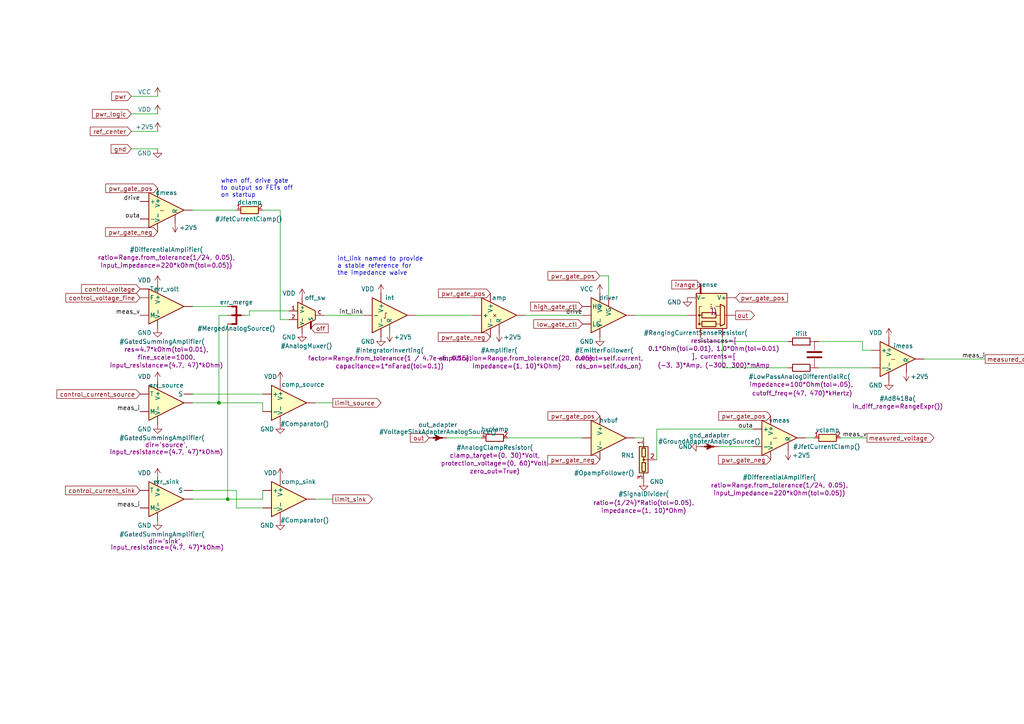
<source format=kicad_sch>
(kicad_sch (version 20231120) (generator "eeschema") (generator_version "8.0")
  (paper "A4")
  (lib_symbols
    (symbol "Device:R" (pin_names (offset 0))
      (property "Reference" "R" (at 2.032 0 90))
      (property "Value" "R" (at 0 0 90))
      (symbol "R_0_1"
        (rectangle (start -1.016 -2.54) (end 1.016 2.54) (stroke (width 0.254)))
      )
      (symbol "R_1_1"
        (pin passive line (at 0 3.81 270) (length 1.27) (name "~") (number "1"))
        (pin passive line (at 0 -3.81 90) (length 1.27) (name "~") (number "2"))
      )
    )
    (symbol "Device:VoltageDivider" (pin_names (offset 0) hide)
      (property "Reference" "RN" (at -4.445 0 90))
      (property "Value" "VoltageDivider" (at -2.54 0 90))
      (symbol "VoltageDivider_0_1"
        (rectangle (start -1.27 -3.81) (end 1.27 3.81) (stroke (width 0.254)) (fill (type background)))
        (rectangle (start -0.508 -3.3782) (end 0.508 -0.8382) (stroke (width 0.254)))
        (rectangle (start -0.508 3.3782) (end 0.508 0.8382) (stroke (width 0.254)))
        (polyline (pts (xy 0 -5.08) (xy 0 -3.429)))
        (polyline (pts (xy 0 0.889) (xy 0 -0.889)))
        (polyline (pts (xy 0 5.08) (xy 0 3.3782)))
        (polyline (pts (xy 1.27 0) (xy 0 0)))
        (circle (center 0 0.0254) (radius 0.254) (fill (type outline)))
      )
      (symbol "VoltageDivider_1_1"
        (pin passive line (at 0 6.35 270) (length 2.54) (name "~") (number "1"))
        (pin passive line (at 3.81 0 180) (length 2.54) (name "~") (number "2"))
        (pin passive line (at 0 -6.35 90) (length 2.54) (name "~") (number "3"))
      )
    )
    (symbol "Follower_1" (pin_numbers hide) (pin_names (offset 0.254))
      (property "Reference" "driver" (at 0 5.08 0))
      (property "Value" "#EmitterFollower(**driver)" (at -1.27 -10.16 0))
      (symbol "Follower_1_0_1"
        (polyline (pts (xy 5.08 0) (xy -5.08 5.08) (xy -5.08 -5.08) (xy 5.08 0)) (stroke (width 0.254)) (fill (type background)))
      )
      (symbol "Follower_1_1_1"
        (pin input line (at -7.62 0 0) (length 2.54) (name "") (number "1"))
        (pin output line (at 7.62 0 180) (length 2.54) (name "~") (number "3"))
        (pin power_in line (at -2.54 6.35 270) (length 2.54) (name "V+") (number "4"))
        (pin power_in line (at -2.54 -6.35 90) (length 2.54) (name "V-") (number "5"))
        (pin input line (at -7.62 2.54 0) (length 2.54) (name "HG") (number "6"))
        (pin input line (at -7.62 -2.54 0) (length 2.54) (name "LG") (number "7"))
        (pin power_in line (at 0 5.08 270) (length 2.54) (name "VG") (number "8"))
      )
    )
    (symbol "Opamp_1" (pin_numbers hide) (pin_names (offset 0.254))
      (property "Reference" "err_volt" (at 0 5.08 0))
      (property "Value" "#GatedSummingAmplifier(res=4.7*kOhm(tol=0.01), **err_volt)" (at -1.27 -10.16 0))
      (symbol "Opamp_1_0_1"
        (polyline (pts (xy 5.08 0) (xy -5.08 5.08) (xy -5.08 -5.08) (xy 5.08 0)) (stroke (width 0.254)) (fill (type background)))
      )
      (symbol "Opamp_1_1_1"
        (pin input line (at -7.62 2.54 0) (length 2.54) (name "F") (number "0"))
        (pin input line (at -7.62 5.08 0) (length 2.54) (name "T") (number "1"))
        (pin input line (at -7.62 -2.54 0) (length 2.54) (name "M") (number "2"))
        (pin output line (at 7.62 0 180) (length 2.54) (name "~") (number "3"))
        (pin power_in line (at -2.54 6.35 270) (length 2.54) (name "V+") (number "4"))
        (pin power_in line (at -2.54 -6.35 90) (length 2.54) (name "V-") (number "5"))
      )
    )
    (symbol "Opamp_2" (pin_numbers hide) (pin_names (offset 0.254))
      (property "Reference" "err_source" (at 0 5.08 0))
      (property "Value" "#GatedSummingAmplifier(dir='source', **err_current)" (at -1.27 -10.16 0))
      (symbol "Opamp_2_0_1"
        (polyline (pts (xy 5.08 0) (xy -5.08 5.08) (xy -5.08 -5.08) (xy 5.08 0)) (stroke (width 0.254)) (fill (type background)))
      )
      (symbol "Opamp_2_1_1"
        (pin input line (at -7.62 2.54 0) (length 2.54) (name "T") (number "1"))
        (pin input line (at -7.62 -2.54 0) (length 2.54) (name "M") (number "2"))
        (pin output line (at 7.62 0 180) (length 2.54) (name "~") (number "3"))
        (pin power_in line (at -2.54 6.35 270) (length 2.54) (name "V+") (number "4"))
        (pin power_in line (at -2.54 -6.35 90) (length 2.54) (name "V-") (number "5"))
        (pin output line (at 7.62 2.54 180) (length 2.54) (name "S") (number "7"))
      )
    )
    (symbol "Opamp_3" (pin_numbers hide) (pin_names (offset 0.254))
      (property "Reference" "err_sink" (at 0 5.08 0))
      (property "Value" "#GatedSummingAmplifier(dir='sink', **err_current)" (at -1.27 -10.16 0))
      (symbol "Opamp_3_0_1"
        (polyline (pts (xy 5.08 0) (xy -5.08 5.08) (xy -5.08 -5.08) (xy 5.08 0)) (stroke (width 0.254)) (fill (type background)))
      )
      (symbol "Opamp_3_1_1"
        (pin input line (at -7.62 2.54 0) (length 2.54) (name "T") (number "1"))
        (pin input line (at -7.62 -2.54 0) (length 2.54) (name "M") (number "2"))
        (pin output line (at 7.62 0 180) (length 2.54) (name "~") (number "3"))
        (pin power_in line (at -2.54 6.35 270) (length 2.54) (name "V+") (number "4"))
        (pin power_in line (at -2.54 -6.35 90) (length 2.54) (name "V-") (number "5"))
        (pin output line (at 7.62 2.54 180) (length 2.54) (name "S") (number "7"))
      )
    )
    (symbol "Opamp_4" (pin_numbers hide) (pin_names (offset 0.254))
      (property "Reference" "U" (at 3.81 3.175 0))
      (symbol "Opamp_4_0_1"
        (polyline (pts (xy 5.08 0) (xy -5.08 5.08) (xy -5.08 -5.08) (xy 5.08 0)) (stroke (width 0.254)) (fill (type background)))
      )
      (symbol "Opamp_4_1_1"
        (pin input line (at -7.62 2.54 0) (length 2.54) (name "+") (number "1"))
        (pin input line (at -7.62 -2.54 0) (length 2.54) (name "-") (number "2"))
        (pin output line (at 7.62 0 180) (length 2.54) (name "~") (number "3"))
        (pin power_in line (at -2.54 6.35 270) (length 2.54) (name "V+") (number "4"))
        (pin power_in line (at -2.54 -6.35 90) (length 2.54) (name "V-") (number "5"))
      )
    )
    (symbol "edg_importable:Adapter" (pin_numbers hide) (pin_names (offset 0) hide)
      (property "Reference" "NT" (at 0 2.54 0))
      (property "Value" "Adapter" (at 0 -2.54 0))
      (symbol "Adapter_0_1"
        (polyline (pts (xy -1.27 0) (xy 1.27 0)) (stroke (width 0.508)))
        (polyline (pts (xy -0.635 0.635) (xy 0.635 0) (xy -0.635 -0.635)) (stroke (width 0.508)))
      )
      (symbol "Adapter_1_1"
        (pin passive line (at -2.54 0 0) (length 2.54) (name "~") (number "1"))
        (pin passive line (at 2.54 0 180) (length 2.54) (name "") (number "2"))
      )
    )
    (symbol "edg_importable:Amplifier" (pin_numbers hide) (pin_names (offset 0.254))
      (property "Reference" "U" (at 3.81 3.175 0))
      (symbol "Amplifier_0_0"
        (text "×" (at -1.27 0 0) (effects (font (size 1.27 1.27))))
      )
      (symbol "Amplifier_0_1"
        (polyline (pts (xy 5.08 0) (xy -5.08 5.08) (xy -5.08 -5.08) (xy 5.08 0)) (stroke (width 0.254)) (fill (type background)))
      )
      (symbol "Amplifier_1_1"
        (pin input line (at -7.62 0 0) (length 2.54) (name "+") (number "1"))
        (pin input line (at 0 -5.08 90) (length 2.54) (name "R") (number "2"))
        (pin output line (at 7.62 0 180) (length 2.54) (name "~") (number "3"))
        (pin power_in line (at -2.54 6.35 270) (length 2.54) (name "V+") (number "4"))
        (pin power_in line (at -2.54 -6.35 90) (length 2.54) (name "V-") (number "5"))
      )
    )
    (symbol "edg_importable:CurrentSenseResistorMux" (pin_numbers hide) (pin_names (offset 0.002))
      (property "Reference" "isense" (at -7.62 -5.08 90))
      (property "Value" "#RangingCurrentSenseResistor(**isense)" (at 6.35 -20.32 90))
      (symbol "CurrentSenseResistorMux_0_0"
        (text "..." (at -1.27 -1.27 0) (effects (font (size 1.27 1.27))))
      )
      (symbol "CurrentSenseResistorMux_0_1"
        (rectangle (start -5.08 3.81) (end 5.08 -5.08) (stroke (width 0.254)) (fill (type background)))
        (polyline (pts (xy -5.08 -3.81) (xy -7.62 -3.81)) (stroke (width 0.5)))
        (polyline (pts (xy -1.27 0.635) (xy -1.27 1.905)))
        (polyline (pts (xy 1.27 0.635) (xy 1.27 1.905)))
        (polyline (pts (xy 1.27 3.81) (xy 1.27 3.175)))
        (polyline (pts (xy 3.81 0.635) (xy 3.81 1.905)))
        (polyline (pts (xy 1.27 -3.429) (xy 1.27 -4.191) (xy -1.27 -4.191) (xy -1.27 -3.429)))
        (polyline (pts (xy 3.81 -3.429) (xy 3.81 -4.191) (xy 1.27 -4.191) (xy 1.27 -3.429)))
        (polyline (pts (xy 3.81 3.175) (xy -1.27 3.175) (xy -1.905 1.905) (xy 4.445 1.905) (xy 3.81 3.175)) (stroke (width 0.254)))
        (circle (center 1.27 -4.191) (radius 0.254) (fill (type outline)))
        (rectangle (start 2.032 -3.429) (end 0.508 0.635) (stroke (width 0.254)))
        (circle (center 3.81 -4.191) (radius 0.254) (fill (type outline)))
        (rectangle (start 4.572 -3.429) (end 3.048 0.635) (stroke (width 0.254)))
      )
      (symbol "CurrentSenseResistorMux_1_1"
        (pin passive line (at -3.81 6.35 270) (length 2.54) (name "V+") (number ""))
        (pin passive line (at -3.81 -7.62 90) (length 2.54) (name "V-") (number ""))
        (pin passive line (at 1.27 6.35 270) (length 2.54) (name "") (number "com"))
        (pin passive line (at -7.62 -3.81 0) (length 2.54) (name "") (number "control"))
        (pin passive line (at 7.62 2.54 180) (length 2.54) (name "") (number "sen_com"))
        (pin passive line (at 7.62 -3.81 180) (length 2.54) (name "") (number "sen_sw"))
        (pin passive line (at 1.27 -7.62 90) (length 2.54) (name "") (number "sw"))
      )
    )
    (symbol "edg_importable:DifferentialAmplifier" (pin_numbers hide) (pin_names (offset 0.254))
      (property "Reference" "U" (at 3.81 3.175 0))
      (symbol "DifferentialAmplifier_0_0"
        (text "-" (at -1.27 0 0) (effects (font (size 1.27 1.27))))
      )
      (symbol "DifferentialAmplifier_0_1"
        (polyline (pts (xy 5.08 0) (xy -5.08 5.08) (xy -5.08 -5.08) (xy 5.08 0)) (stroke (width 0.254)) (fill (type background)))
      )
      (symbol "DifferentialAmplifier_1_1"
        (pin input line (at -7.62 2.54 0) (length 2.54) (name "+") (number "1"))
        (pin input line (at -7.62 -2.54 0) (length 2.54) (name "-") (number "2"))
        (pin output line (at 7.62 0 180) (length 2.54) (name "~") (number "3"))
        (pin power_in line (at -2.54 6.35 270) (length 2.54) (name "V+") (number "4"))
        (pin power_in line (at -2.54 -6.35 90) (length 2.54) (name "V-") (number "5"))
        (pin input line (at 2.54 -3.81 90) (length 2.54) (name "R") (number "6"))
      )
    )
    (symbol "edg_importable:DifferentialRC" (pin_numbers hide) (pin_names (offset 0))
      (property "Reference" "R" (at 0 -8.128 0))
      (property "Value" "DifferentialRC" (at 0 -6.096 0))
      (symbol "DifferentialRC_0_0"
        (polyline (pts (xy 2.54 3.81) (xy 3.81 3.81)))
        (polyline (pts (xy 3.81 -3.81) (xy 2.54 -3.81)))
      )
      (symbol "DifferentialRC_0_1"
        (polyline (pts (xy 1.778 -0.762) (xy 5.842 -0.762)) (stroke (width 0.508)))
        (polyline (pts (xy 1.778 0.762) (xy 5.842 0.762)) (stroke (width 0.508)))
        (rectangle (start 2.54 -4.826) (end -2.54 -2.794) (stroke (width 0.254)))
        (rectangle (start 2.54 2.794) (end -2.54 4.826) (stroke (width 0.254)))
      )
      (symbol "DifferentialRC_1_1"
        (polyline (pts (xy 3.81 -1.27) (xy 3.81 -3.81)))
        (polyline (pts (xy 3.81 3.81) (xy 3.81 1.27)))
        (pin passive line (at -3.81 3.81 0) (length 1.27) (name "~") (number "1"))
        (pin passive line (at -3.81 -3.81 0) (length 1.27) (name "~") (number "2"))
        (pin passive line (at 5.08 3.81 180) (length 1.27) (name "~") (number "3"))
        (pin passive line (at 5.08 -3.81 180) (length 1.27) (name "~") (number "4"))
      )
    )
    (symbol "edg_importable:Follower" (pin_numbers hide) (pin_names (offset 0.254))
      (property "Reference" "U" (at 3.81 3.175 0))
      (symbol "Follower_0_1"
        (polyline (pts (xy 5.08 0) (xy -5.08 5.08) (xy -5.08 -5.08) (xy 5.08 0)) (stroke (width 0.254)) (fill (type background)))
      )
      (symbol "Follower_1_1"
        (pin input line (at -7.62 0 0) (length 2.54) (name "") (number "1"))
        (pin output line (at 7.62 0 180) (length 2.54) (name "~") (number "3"))
        (pin power_in line (at -2.54 6.35 270) (length 2.54) (name "V+") (number "4"))
        (pin power_in line (at -2.54 -6.35 90) (length 2.54) (name "V-") (number "5"))
      )
    )
    (symbol "edg_importable:IntegratorInverting" (pin_numbers hide) (pin_names (offset 0.254))
      (property "Reference" "U" (at 3.81 3.175 0))
      (symbol "IntegratorInverting_0_0"
        (text "∫" (at -1.27 0 0) (effects (font (size 1.27 1.27))))
      )
      (symbol "IntegratorInverting_0_1"
        (polyline (pts (xy 5.08 0) (xy -5.08 5.08) (xy -5.08 -5.08) (xy 5.08 0)) (stroke (width 0.254)) (fill (type background)))
      )
      (symbol "IntegratorInverting_1_1"
        (pin input line (at -7.62 0 0) (length 2.54) (name "-") (number "1"))
        (pin input line (at 0 -5.08 90) (length 2.54) (name "R") (number "2"))
        (pin output line (at 7.62 0 180) (length 2.54) (name "~") (number "3"))
        (pin power_in line (at -2.54 6.35 270) (length 2.54) (name "V+") (number "4"))
        (pin power_in line (at -2.54 -6.35 90) (length 2.54) (name "V-") (number "5"))
      )
    )
    (symbol "edg_importable:Merge3" (pin_numbers hide) (pin_names (offset 0) hide)
      (property "Reference" "NT" (at 0 3.81 0))
      (property "Value" "Merge3" (at 0 -3.81 0))
      (symbol "Merge3_0_1"
        (polyline (pts (xy -1.27 -2.54) (xy 0 -2.54)) (stroke (width 0.508)))
        (polyline (pts (xy -1.27 0) (xy 1.27 0)) (stroke (width 0.508)))
        (polyline (pts (xy -1.27 2.54) (xy 0 2.54)) (stroke (width 0.508)))
        (polyline (pts (xy 0 -2.54) (xy 0 2.54)) (stroke (width 0.508)))
      )
      (symbol "Merge3_1_1"
        (pin passive line (at 2.54 0 180) (length 2.54) (name "") (number "0"))
        (pin passive line (at -2.54 2.54 0) (length 2.54) (name "~") (number "1"))
        (pin passive line (at -2.54 0 0) (length 2.54) (name "~") (number "2"))
        (pin passive line (at -2.54 -2.54 0) (length 2.54) (name "~") (number "3"))
      )
    )
    (symbol "edg_importable:Mux2" (pin_names (offset 0.254))
      (property "Reference" "U" (at -2.54 2.54 0))
      (property "Value" "Mux2" (at -5.08 -2.54 0))
      (symbol "Mux2_0_1"
        (polyline (pts (xy -1.27 -1.905) (xy -1.27 -3.81)) (stroke (width 0.5)))
        (polyline (pts (xy -2.54 1.27) (xy -2.54 -1.27) (xy 2.54 -3.81) (xy 2.54 0.635) (xy 2.54 1.27) (xy 2.54 1.905) (xy 2.54 3.81) (xy -2.54 1.27)) (stroke (width 0.254)) (fill (type background)))
      )
      (symbol "Mux2_1_1"
        (pin input line (at -1.27 -3.81 90) (length 1.905) (name "S") (number ""))
        (pin input line (at 1.27 5.08 270) (length 1.905) (name "V+") (number ""))
        (pin input line (at 1.27 -5.08 90) (length 1.905) (name "V-") (number ""))
        (pin passive line (at 5.08 1.27 180) (length 2.54) (name "~") (number "1"))
        (pin passive line (at 5.08 -1.27 180) (length 2.54) (name "~") (number "2"))
        (pin passive line (at -5.08 0 0) (length 2.54) (name "~") (number "C"))
      )
    )
    (symbol "edg_importable:Unk2" (pin_names (offset 0))
      (property "Reference" "U" (at 2.032 0 90))
      (property "Value" "Unk" (at 0 0 90))
      (symbol "Unk2_1_1"
        (rectangle (start -1.016 2.54) (end 1.016 -2.54) (stroke (width 0.254)) (fill (type background)))
        (pin passive line (at 0 3.81 270) (length 1.27) (name "~") (number "1"))
        (pin passive line (at 0 -3.81 90) (length 1.27) (name "~") (number "2"))
      )
    )
    (symbol "power:+2V5" (power) (pin_names (offset 0))
      (property "Value" "+2V5" (at 0 3.556 0))
      (symbol "+2V5_0_1"
        (polyline (pts (xy -0.762 1.27) (xy 0 2.54)))
        (polyline (pts (xy 0 0) (xy 0 2.54)))
        (polyline (pts (xy 0 2.54) (xy 0.762 1.27)))
      )
      (symbol "+2V5_1_1"
        (pin power_in line (at 0 0 90) (length 0) hide (name "+2V5") (number "1"))
      )
    )
    (symbol "power:GND" (power) (pin_names (offset 0))
      (property "Value" "GND" (at 0 -3.81 0))
      (symbol "GND_0_1"
        (polyline (pts (xy 0 0) (xy 0 -1.27) (xy 1.27 -1.27) (xy 0 -2.54) (xy -1.27 -1.27) (xy 0 -1.27)))
      )
      (symbol "GND_1_1"
        (pin power_in line (at 0 0 270) (length 0) hide (name "GND") (number "1"))
      )
    )
    (symbol "power:VCC" (power) (pin_names (offset 0))
      (property "Value" "VCC" (at 0 3.81 0))
      (symbol "VCC_0_1"
        (polyline (pts (xy -0.762 1.27) (xy 0 2.54)))
        (polyline (pts (xy 0 0) (xy 0 2.54)))
        (polyline (pts (xy 0 2.54) (xy 0.762 1.27)))
      )
      (symbol "VCC_1_1"
        (pin power_in line (at 0 0 90) (length 0) hide (name "VCC") (number "1"))
      )
    )
    (symbol "power:VDD" (power) (pin_names (offset 0))
      (property "Value" "VDD" (at 0 3.81 0))
      (symbol "VDD_0_1"
        (polyline (pts (xy -0.762 1.27) (xy 0 2.54)))
        (polyline (pts (xy 0 0) (xy 0 2.54)))
        (polyline (pts (xy 0 2.54) (xy 0.762 1.27)))
      )
      (symbol "VDD_1_1"
        (pin power_in line (at 0 0 90) (length 0) hide (name "VDD") (number "1"))
      )
    )
  )
  (junction (at 66.04 144.78))
  (junction (at 63.5 116.84))
  (wire (pts (xy 93.98 91.44) (xy 105.41 91.44)))
  (wire (pts (xy 63.5 91.44) (xy 66.04 91.44)))
  (wire (pts (xy 120.65 91.44) (xy 137.16 91.44)))
  (wire (pts (xy 76.2 144.78) (xy 76.2 142.24)))
  (wire (pts (xy 81.28 60.96) (xy 81.28 92.71)))
  (wire (pts (xy 76.2 60.96) (xy 81.28 60.96)))
  (wire (pts (xy 147.32 127) (xy 168.91 127)))
  (wire (pts (xy 208.28 129.54) (xy 218.44 129.54)))
  (wire (pts (xy 243.84 127) (xy 251.46 127)))
  (wire (pts (xy 250.19 99.06) (xy 250.19 101.6)))
  (wire (pts (xy 129.54 127) (xy 139.7 127)))
  (wire (pts (xy 55.88 142.24) (xy 68.58 142.24)))
  (wire (pts (xy 209.55 106.68) (xy 228.6 106.68)))
  (wire (pts (xy 71.12 91.44) (xy 72.39 91.44)))
  (wire (pts (xy 68.58 147.32) (xy 76.2 147.32)))
  (wire (pts (xy 68.58 142.24) (xy 68.58 147.32)))
  (wire (pts (xy 66.04 93.98) (xy 66.04 144.78)))
  (wire (pts (xy 83.82 90.17) (xy 72.39 90.17)))
  (wire (pts (xy 184.15 127) (xy 186.69 127)))
  (wire (pts (xy 209.55 97.79) (xy 209.55 106.68)))
  (wire (pts (xy 152.4 91.44) (xy 168.91 91.44)))
  (wire (pts (xy 55.88 88.9) (xy 66.04 88.9)))
  (wire (pts (xy 203.2 99.06) (xy 228.6 99.06)))
  (wire (pts (xy 96.52 144.78) (xy 91.44 144.78)))
  (wire (pts (xy 81.28 92.71) (xy 83.82 92.71)))
  (wire (pts (xy 190.5 133.35) (xy 190.5 124.46)))
  (wire (pts (xy 55.88 60.96) (xy 68.58 60.96)))
  (wire (pts (xy 199.39 91.44) (xy 184.15 91.44)))
  (wire (pts (xy 38.1 27.94) (xy 45.72 27.94)))
  (wire (pts (xy 76.2 116.84) (xy 76.2 119.38)))
  (wire (pts (xy 38.1 43.18) (xy 45.72 43.18)))
  (wire (pts (xy 38.1 38.1) (xy 45.72 38.1)))
  (wire (pts (xy 190.5 124.46) (xy 218.44 124.46)))
  (wire (pts (xy 55.88 114.3) (xy 76.2 114.3)))
  (wire (pts (xy 250.19 99.06) (xy 237.49 99.06)))
  (wire (pts (xy 267.97 104.14) (xy 285.75 104.14)))
  (wire (pts (xy 176.53 80.01) (xy 176.53 86.36)))
  (wire (pts (xy 250.19 101.6) (xy 252.73 101.6)))
  (wire (pts (xy 233.68 127) (xy 236.22 127)))
  (wire (pts (xy 203.2 97.79) (xy 203.2 99.06)))
  (wire (pts (xy 96.52 116.84) (xy 91.44 116.84)))
  (wire (pts (xy 173.99 80.01) (xy 176.53 80.01)))
  (wire (pts (xy 63.5 116.84) (xy 55.88 116.84)))
  (wire (pts (xy 66.04 144.78) (xy 76.2 144.78)))
  (wire (pts (xy 38.1 33.02) (xy 45.72 33.02)))
  (wire (pts (xy 63.5 116.84) (xy 76.2 116.84)))
  (wire (pts (xy 72.39 90.17) (xy 72.39 91.44)))
  (wire (pts (xy 55.88 144.78) (xy 66.04 144.78)))
  (wire (pts (xy 63.5 116.84) (xy 63.5 91.44)))
  (wire (pts (xy 237.49 106.68) (xy 252.73 106.68)))
  (text "when off, drive gate\nto output so FETs off\non startup" (at 64.008 57.404 0) (effects (font (size 1.27 1.27)) (justify left bottom)))
  (text "int_link named to provide\na stable reference for\nthe impedance waive" (at 97.79 80.01 0) (effects (font (size 1.27 1.27)) (justify left bottom)))
  (label "outa" (at 218.44 124.46 180))
  (label "int_link" (at 105.41 91.44 180))
  (label "outa" (at 40.64 63.5 180))
  (label "meas_v" (at 251.46 127 180))
  (label "meas_v" (at 40.64 91.44 180))
  (label "drive" (at 168.91 91.44 180))
  (label "meas_i" (at 40.64 119.38 180))
  (label "drive" (at 40.64 58.42 180))
  (label "meas_i" (at 285.75 104.14 180))
  (label "meas_i" (at 40.64 147.32 180))
  (global_label "ref_center" (shape input) (at 38.1 38.1 180) (property "Intersheetrefs" "${INTERSHEET_REFS}" (effects (hide yes))))
  (global_label "out" (shape input) (at 124.46 127 180) (property "Intersheetrefs" "${INTERSHEET_REFS}" (effects (hide yes))))
  (global_label "gnd" (shape input) (at 38.1 43.18 180) (property "Intersheetrefs" "${INTERSHEET_REFS}" (effects (hide yes))))
  (global_label "control_current_sink" (shape input) (at 40.64 142.24 180) (property "Intersheetrefs" "${INTERSHEET_REFS}" (effects (hide yes))))
  (global_label "pwr_gate_neg" (shape input) (at 173.99 133.35 180) (property "Intersheetrefs" "${INTERSHEET_REFS}" (effects (hide yes))))
  (global_label "control_voltage_fine" (shape input) (at 40.64 86.36 180) (property "Intersheetrefs" "${INTERSHEET_REFS}" (effects (hide yes))))
  (global_label "irange" (shape input) (at 203.2 82.55 180) (property "Intersheetrefs" "${INTERSHEET_REFS}" (effects (hide yes))))
  (global_label "out" (shape output) (at 213.36 91.44 0) (property "Intersheetrefs" "${INTERSHEET_REFS}" (effects (hide yes))))
  (global_label "control_voltage" (shape input) (at 40.64 83.82 180) (property "Intersheetrefs" "${INTERSHEET_REFS}" (effects (hide yes))))
  (global_label "limit_source" (shape output) (at 96.52 116.84 0) (property "Intersheetrefs" "${INTERSHEET_REFS}" (effects (hide yes))))
  (global_label "high_gate_ctl" (shape input) (at 168.91 88.9 180) (property "Intersheetrefs" "${INTERSHEET_REFS}" (effects (hide yes))))
  (global_label "pwr_gate_pos" (shape input) (at 45.72 54.61 180) (property "Intersheetrefs" "${INTERSHEET_REFS}" (effects (hide yes))))
  (global_label "pwr_gate_pos" (shape input) (at 142.24 85.09 180) (property "Intersheetrefs" "${INTERSHEET_REFS}" (effects (hide yes))))
  (global_label "limit_sink" (shape output) (at 96.52 144.78 0) (property "Intersheetrefs" "${INTERSHEET_REFS}" (effects (hide yes))))
  (global_label "pwr_logic" (shape input) (at 38.1 33.02 180) (property "Intersheetrefs" "${INTERSHEET_REFS}" (effects (hide yes))))
  (global_label "pwr_gate_pos" (shape input) (at 173.99 80.01 180) (property "Intersheetrefs" "${INTERSHEET_REFS}" (effects (hide yes))))
  (global_label "low_gate_ctl" (shape input) (at 168.91 93.98 180) (property "Intersheetrefs" "${INTERSHEET_REFS}" (effects (hide yes))))
  (global_label "pwr_gate_pos" (shape input) (at 213.36 86.36 0) (property "Intersheetrefs" "${INTERSHEET_REFS}" (effects (hide yes))))
  (global_label "control_current_source" (shape input) (at 40.64 114.3 180) (property "Intersheetrefs" "${INTERSHEET_REFS}" (effects (hide yes))))
  (global_label "pwr_gate_pos" (shape input) (at 223.52 120.65 180) (property "Intersheetrefs" "${INTERSHEET_REFS}" (effects (hide yes))))
  (global_label "pwr_gate_neg" (shape input) (at 45.72 67.31 180) (property "Intersheetrefs" "${INTERSHEET_REFS}" (effects (hide yes))))
  (global_label "pwr_gate_neg" (shape input) (at 142.24 97.79 180) (property "Intersheetrefs" "${INTERSHEET_REFS}" (effects (hide yes))))
  (global_label "pwr_gate_neg" (shape input) (at 223.52 133.35 180) (property "Intersheetrefs" "${INTERSHEET_REFS}" (effects (hide yes))))
  (global_label "pwr_gate_pos" (shape input) (at 173.99 120.65 180) (property "Intersheetrefs" "${INTERSHEET_REFS}" (effects (hide yes))))
  (global_label "off" (shape input) (at 90.17 95.25 0) (property "Intersheetrefs" "${INTERSHEET_REFS}" (effects (hide yes))))
  (global_label "measured_voltage" (shape output) (at 251.46 127 0) (property "Intersheetrefs" "${INTERSHEET_REFS}" (effects (hide yes))))
  (global_label "pwr" (shape input) (at 38.1 27.94 180) (property "Intersheetrefs" "${INTERSHEET_REFS}" (effects (hide yes))))
  (global_label "measured_current" (shape output) (at 285.75 104.14 0) (property "Intersheetrefs" "${INTERSHEET_REFS}" (effects (hide yes))))
  (symbol (lib_id "power:VDD") (at 45.72 33.02 0) (unit 1)
    (property "Reference" "#PWR?" (effects (hide yes)))
    (property "Value" "VDD" (at 41.91 31.75 0))
  )
  (symbol (lib_id "edg_importable:DifferentialAmplifier") (at 48.26 60.96 0) (unit 1)
    (property "Reference" "dmeas" (at 48.26 55.88 0))
    (property "Value" "#DifferentialAmplifier(" (at 48.26 72.39 0))
    (property "Value2" "ratio=Range.from_tolerance(1/24, 0.05)," (at 48.26 74.676 0))
    (property "Value3" "input_impedance=220*kOhm(tol=0.05))" (at 48.26 76.962 0))
  )
  (symbol (lib_id "power:VDD") (at 87.63 86.36 0) (unit 1)
    (property "Reference" "#PWR04" (effects (hide yes)))
    (property "Value" "VDD" (at 83.82 85.09 0))
  )
  (symbol (lib_id "edg_importable:DifferentialAmplifier") (at 226.06 127 0) (unit 1)
    (property "Reference" "vmeas" (at 226.06 121.92 0))
    (property "Value" "#DifferentialAmplifier(" (at 226.06 138.43 0))
    (property "Value2" "ratio=Range.from_tolerance(1/24, 0.05)," (at 226.06 140.716 0))
    (property "Value3" "input_impedance=220*kOhm(tol=0.05))" (at 226.06 143.002 0))
  )
  (symbol (lib_id "power:VDD") (at 257.81 97.79 0) (unit 1)
    (property "Reference" "#PWR05" (effects (hide yes)))
    (property "Value" "VDD" (at 254 96.52 0))
  )
  (symbol (lib_id "power:+2V5") (at 228.6 130.81 180) (unit 1)
    (property "Reference" "#PWR?" (effects (hide yes)))
    (property "Value" "+2V5" (at 232.41 132.08 0))
  )
  (symbol (lib_id "power:VDD") (at 45.72 82.55 0) (unit 1)
    (property "Reference" "#PWR?" (effects (hide yes)))
    (property "Value" "VDD" (at 41.91 81.28 0))
  )
  (symbol (lib_id "power:GND") (at 81.28 123.19 0) (unit 1)
    (property "Reference" "#PWR014" (effects (hide yes)))
    (property "Value" "GND" (at 77.47 124.46 0))
  )
  (symbol (lib_id "Device:R") (at 143.51 127 90) (unit 1)
    (property "Reference" "hvclamp" (at 143.51 124.46 90))
    (property "Value" "#AnalogClampResistor(" (at 143.51 129.794 90))
    (property "Value2" "clamp_target=(0, 30)*Volt," (at 143.51 132.08 90))
    (property "Value3" "protection_voltage=(0, 60)*Volt," (at 143.51 134.366 90))
    (property "Value4" "zero_out=True)" (at 143.51 136.652 90))
  )
  (symbol (lib_id "power:+2V5") (at 50.8 64.77 180) (unit 1)
    (property "Reference" "#PWR07" (effects (hide yes)))
    (property "Value" "+2V5" (at 54.61 66.04 0))
  )
  (symbol (lib_id "edg_importable:Follower") (at 176.53 127 0) (unit 1)
    (property "Reference" "hvbuf" (at 176.53 121.92 0))
    (property "Value" "#OpampFollower()" (at 175.26 137.16 0))
  )
  (symbol (lib_id "power:VDD") (at 45.72 110.49 0) (unit 1)
    (property "Reference" "#PWR?" (effects (hide yes)))
    (property "Value" "VDD" (at 41.91 109.22 0))
  )
  (symbol (lib_id "power:VDD") (at 81.28 138.43 0) (unit 1)
    (property "Reference" "#PWR015" (effects (hide yes)))
    (property "Value" "VDD" (at 78.486 137.16 0))
  )
  (symbol (lib_id "power:GND") (at 81.28 151.13 0) (unit 1)
    (property "Reference" "#PWR016" (effects (hide yes)))
    (property "Value" "GND" (at 77.47 152.4 0))
  )
  (symbol (lib_id "edg_importable:IntegratorInverting") (at 113.03 91.44 0) (unit 1)
    (property "Reference" "int" (at 113.03 86.36 0))
    (property "Value" "#IntegratorInverting(" (at 113.03 101.6 0))
    (property "Value2" "factor=Range.from_tolerance(1 / 4.7e-6, 0.15)," (at 113.03 103.886 0))
    (property "Value3" "capacitance=1*nFarad(tol=0.1))" (at 113.03 106.172 0))
  )
  (symbol (lib_id "power:GND") (at 203.2 129.54 270) (unit 1)
    (property "Reference" "#PWR?" (effects (hide yes)))
    (property "Value" "GND" (at 198.755 129.54 90))
  )
  (symbol (lib_id "edg_importable:Merge3") (at 68.58 91.44 0) (unit 1)
    (property "Reference" "err_merge" (at 68.58 87.63 0))
    (property "Value" "#MergedAnalogSource()" (at 68.58 95.25 0))
  )
  (symbol (lib_id "edg_importable:DifferentialRC") (at 232.41 102.87 0) (unit 1)
    (property "Reference" "ifilt" (at 232.41 96.774 0))
    (property "Value" "#LowPassAnalogDifferentialRc(" (at 231.902 109.22 0))
    (property "Value2" "impedance=100*Ohm(tol=.05)," (at 232.41 111.506 0))
    (property "Value3" "cutoff_freq=(47, 470)*kHertz)" (at 232.664 114.046 0))
  )
  (symbol (lib_id "edg_importable:Adapter") (at 127 127 0) (unit 1)
    (property "Reference" "out_adapter" (at 127 123.19 0))
    (property "Value" "#VoltageSinkAdapterAnalogSource()" (at 127 125.222 0))
  )
  (symbol (lib_id "edg_importable:Mux2") (at 88.9 91.44 0) (mirror y) (unit 1)
    (property "Reference" "off_sw" (at 91.44 86.36 0))
    (property "Value" "#AnalogMuxer()" (at 88.9 100.33 0))
  )
  (symbol (lib_id "power:VDD") (at 110.49 85.09 0) (unit 1)
    (property "Reference" "#PWR?" (effects (hide yes)))
    (property "Value" "VDD" (at 106.68 83.82 0))
  )
  (symbol (lib_name "Follower_1") (lib_id "edg_importable:Follower") (at 176.53 91.44 0) (unit 1)
    (property "Reference" "driver" (at 176.53 86.36 0))
    (property "Value" "#EmitterFollower(" (at 175.26 101.6 0))
    (property "Value2" "current=self.current," (at 176.53 103.886 0))
    (property "Value3" "rds_on=self.rds_on)" (at 176.53 106.172 0))
  )
  (symbol (lib_id "power:GND") (at 45.72 43.18 0) (unit 1)
    (property "Reference" "#PWR?" (effects (hide yes)))
    (property "Value" "GND" (at 41.91 44.45 0))
  )
  (symbol (lib_id "power:VDD") (at 45.72 138.43 0) (unit 1)
    (property "Reference" "#PWR?" (effects (hide yes)))
    (property "Value" "VDD" (at 41.91 137.16 0))
  )
  (symbol (lib_id "power:GND") (at 110.49 97.79 0) (unit 1)
    (property "Reference" "#PWR?" (effects (hide yes)))
    (property "Value" "GND" (at 106.68 99.06 0))
  )
  (symbol (lib_name "Opamp_4") (lib_id "edg_importable:Opamp") (at 83.82 116.84 0) (unit 1)
    (property "Reference" "comp_source" (at 87.884 111.506 0))
    (property "Value" "#Comparator()" (at 81.28 122.936 0) (effects (justify left)))
  )
  (symbol (lib_id "edg_importable:Amplifier") (at 144.78 91.44 0) (unit 1)
    (property "Reference" "amp" (at 144.78 86.36 0))
    (property "Value" "#Amplifier(" (at 144.78 101.6 0))
    (property "Value2" "amplification=Range.from_tolerance(20, 0.05)," (at 149.86 103.886 0))
    (property "Value3" "impedance=(1, 10)*kOhm)" (at 149.86 106.172 0))
  )
  (symbol (lib_id "power:+2V5") (at 45.72 38.1 0) (unit 1)
    (property "Reference" "#PWR?" (effects (hide yes)))
    (property "Value" "+2V5" (at 41.91 36.83 0))
  )
  (symbol (lib_id "power:GND") (at 186.69 139.7 0) (unit 1)
    (property "Reference" "#PWR01" (effects (hide yes)))
    (property "Value" "GND" (at 190.5 139.7 0))
  )
  (symbol (lib_id "power:+2V5") (at 144.78 96.52 180) (unit 1)
    (property "Reference" "#PWR?" (effects (hide yes)))
    (property "Value" "+2V5" (at 148.59 97.79 0))
  )
  (symbol (lib_id "power:+2V5") (at 113.03 96.52 180) (unit 1)
    (property "Reference" "#PWR?" (effects (hide yes)))
    (property "Value" "+2V5" (at 116.84 97.79 0))
  )
  (symbol (lib_name "Opamp_1") (lib_id "edg_importable:Opamp") (at 48.26 88.9 0) (unit 1)
    (property "Reference" "err_volt" (at 48.26 83.82 0))
    (property "Value" "#GatedSummingAmplifier(" (at 46.99 99.06 0))
    (property "Value2" "res=4.7*kOhm(tol=0.01)," (at 48.26 101.346 0))
    (property "Value3" "fine_scale=1000," (at 48.26 103.632 0))
    (property "Value4" "input_resistance=(4.7, 47)*kOhm)" (at 48.26 105.918 0))
  )
  (symbol (lib_id "power:GND") (at 45.72 151.13 0) (unit 1)
    (property "Reference" "#PWR?" (effects (hide yes)))
    (property "Value" "GND" (at 41.91 152.4 0))
  )
  (symbol (lib_id "edg_importable:Adapter") (at 205.74 129.54 0) (unit 1)
    (property "Reference" "gnd_adapter" (at 205.74 126.238 0))
    (property "Value" "#GroundAdapterAnalogSource()" (at 205.74 128.016 0))
  )
  (symbol (lib_id "power:VCC") (at 45.72 27.94 0) (unit 1)
    (property "Reference" "#PWR?" (effects (hide yes)))
    (property "Value" "VCC" (at 41.91 26.67 0))
  )
  (symbol (lib_id "power:GND") (at 257.81 110.49 0) (unit 1)
    (property "Reference" "#PWR?" (effects (hide yes)))
    (property "Value" "GND" (at 254 111.76 0))
  )
  (symbol (lib_id "power:GND") (at 45.72 123.19 0) (unit 1)
    (property "Reference" "#PWR?" (effects (hide yes)))
    (property "Value" "GND" (at 41.91 124.46 0))
  )
  (symbol (lib_id "power:GND") (at 199.39 86.36 0) (unit 1)
    (property "Reference" "#PWR013" (effects (hide yes)))
    (property "Value" "GND" (at 195.58 87.63 0))
  )
  (symbol (lib_id "edg_importable:CurrentSenseResistorMux") (at 207.01 90.17 270) (unit 1)
    (property "Reference" "isense" (at 201.93 82.55 90) (effects (justify left)))
    (property "Value" "#RangingCurrentSenseResistor(" (at 186.69 96.52 90) (effects (justify left)))
    (property "Value2" "resistances=[" (at 207.01 98.806 90))
    (property "Value3" "0.1*Ohm(tol=0.01), 1.0*Ohm(tol=0.01)" (at 207.01 101.092 90))
    (property "Value4" "], currents=[" (at 207.01 103.378 90))
    (property "Value5" "(-3, 3)*Amp, (-300, 300)*mAmp" (at 207.01 105.918 90))
    (property "Value6" "])" (at 207.01 90.17 90))
  )
  (symbol (lib_id "power:GND") (at 173.99 97.79 0) (unit 1)
    (property "Reference" "#PWR?" (effects (hide yes)))
    (property "Value" "GND" (at 170.18 99.06 0))
  )
  (symbol (lib_id "edg_importable:Unk2") (at 240.03 127 90) (unit 1)
    (property "Reference" "vclamp" (at 240.03 124.714 90))
    (property "Value" "#JfetCurrentClamp()" (at 239.776 129.54 90))
  )
  (symbol (lib_id "edg_importable:DifferentialAmplifier") (at 260.35 104.14 0) (unit 1)
    (property "Reference" "imeas" (at 259.08 100.33 0) (effects (justify left)))
    (property "Value" "#Ad8418a(" (at 260.35 115.57 0))
    (property "Value2" "in_diff_range=RangeExpr())" (at 260.35 117.856 0))
  )
  (symbol (lib_id "Device:VoltageDivider") (at 186.69 133.35 0) (unit 1)
    (property "Reference" "RN1" (at 184.15 132.0799 0) (effects (justify right)))
    (property "Value" "#SignalDivider(" (at 186.69 143.256 0))
    (property "Description" "Voltage divider" (effects (hide yes)))
    (property "Value2" "ratio=(1/24)*Ratio(tol=0.05)," (at 186.69 145.796 0))
    (property "Value3" "impedance=(1, 10)*Ohm)" (at 186.69 148.082 0))
  )
  (symbol (lib_id "edg_importable:Unk2") (at 72.39 60.96 90) (unit 1)
    (property "Reference" "dclamp" (at 72.39 58.674 90))
    (property "Value" "#JfetCurrentClamp()" (at 72.136 63.5 90))
  )
  (symbol (lib_id "power:GND") (at 45.72 95.25 0) (unit 1)
    (property "Reference" "#PWR?" (effects (hide yes)))
    (property "Value" "GND" (at 41.91 96.52 0))
  )
  (symbol (lib_id "power:+2V5") (at 262.89 107.95 180) (unit 1)
    (property "Reference" "#PWR?" (effects (hide yes)))
    (property "Value" "+2V5" (at 266.7 109.22 0))
  )
  (symbol (lib_id "power:VDD") (at 81.28 110.49 0) (unit 1)
    (property "Reference" "#PWR08" (effects (hide yes)))
    (property "Value" "VDD" (at 78.486 109.22 0))
  )
  (symbol (lib_name "Opamp_4") (lib_id "edg_importable:Opamp") (at 83.82 144.78 0) (unit 1)
    (property "Reference" "comp_sink" (at 86.614 139.7 0))
    (property "Value" "#Comparator()" (at 88.392 150.876 0))
  )
  (symbol (lib_name "Opamp_3") (lib_id "edg_importable:Opamp") (at 48.26 144.78 0) (unit 1)
    (property "Reference" "err_sink" (at 48.26 139.7 0))
    (property "Value" "#GatedSummingAmplifier(" (at 46.99 154.94 0))
    (property "Value2" "dir='sink'," (at 48.006 156.972 0))
    (property "Value3" "input_resistance=(4.7, 47)*kOhm)" (at 48.514 158.75 0))
  )
  (symbol (lib_id "power:VCC") (at 173.99 85.09 0) (unit 1)
    (property "Reference" "#PWR?" (effects (hide yes)))
    (property "Value" "VCC" (at 170.18 83.82 0))
  )
  (symbol (lib_name "Opamp_2") (lib_id "edg_importable:Opamp") (at 48.26 116.84 0) (unit 1)
    (property "Reference" "err_source" (at 48.26 111.76 0))
    (property "Value" "#GatedSummingAmplifier(" (at 46.99 127 0))
    (property "Value2" "dir='source'," (at 48.26 129.032 0))
    (property "Value3" "input_resistance=(4.7, 47)*kOhm)" (at 48.26 131.064 0))
  )
  (symbol (lib_id "power:GND") (at 87.63 96.52 0) (unit 1)
    (property "Reference" "#PWR03" (effects (hide yes)))
    (property "Value" "GND" (at 83.82 97.79 0))
  )
)
</source>
